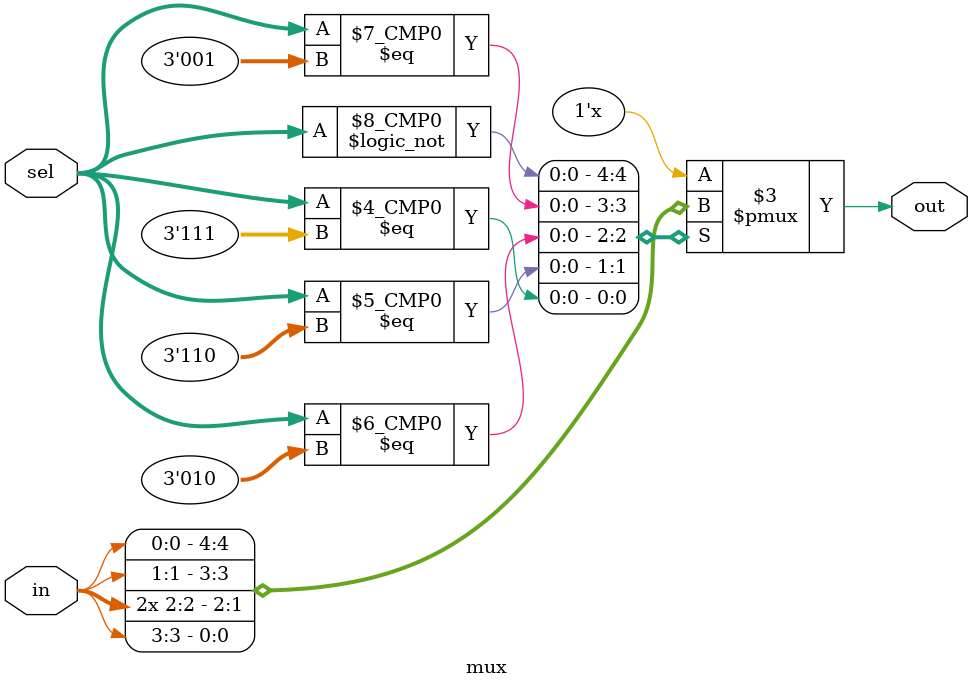
<source format=v>
/*
* Kevin Ngo and Jacques Uber
* (4 bit) mux
*/

module mux(in, sel, out);
    input [3:0] in;
    input [2:0] sel;
    output out;
    reg out;

    always @(in or sel)
    begin
        case (sel)
            3'b000: out = in[0];
            3'b001: out = in[1];
            3'b010: out = in[2];
            3'b110: out = in[2];
            3'b111: out = in[3];
        endcase
    end
endmodule

</source>
